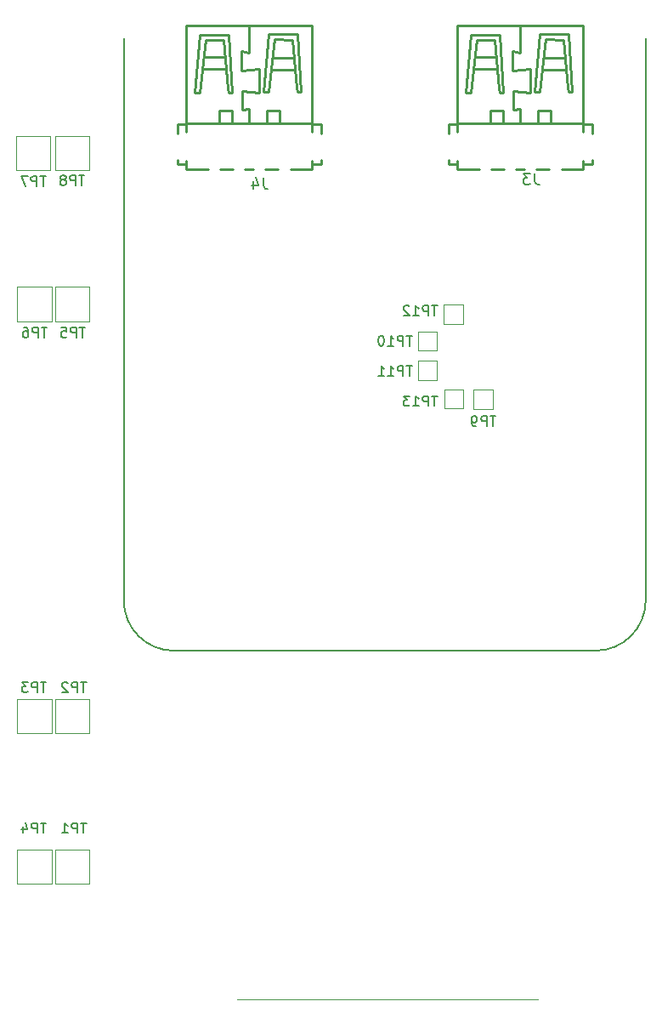
<source format=gbo>
G04 #@! TF.GenerationSoftware,KiCad,Pcbnew,(5.1.10-1-10_14)*
G04 #@! TF.CreationDate,2021-12-01T22:20:01+01:00*
G04 #@! TF.ProjectId,DCEXT,44434558-542e-46b6-9963-61645f706362,rev?*
G04 #@! TF.SameCoordinates,Original*
G04 #@! TF.FileFunction,Legend,Bot*
G04 #@! TF.FilePolarity,Positive*
%FSLAX46Y46*%
G04 Gerber Fmt 4.6, Leading zero omitted, Abs format (unit mm)*
G04 Created by KiCad (PCBNEW (5.1.10-1-10_14)) date 2021-12-01 22:20:01*
%MOMM*%
%LPD*%
G01*
G04 APERTURE LIST*
%ADD10C,0.200000*%
%ADD11C,0.254000*%
%ADD12C,0.120000*%
%ADD13C,0.010000*%
%ADD14C,0.152000*%
%ADD15C,0.150000*%
%ADD16O,1.200000X2.600000*%
%ADD17C,1.524000*%
%ADD18R,1.500000X1.500000*%
%ADD19R,3.000000X3.000000*%
%ADD20O,1.200000X1.750000*%
%ADD21R,0.600000X2.000000*%
G04 APERTURE END LIST*
D10*
X71496900Y-41803617D02*
X71496900Y-97803617D01*
X76496900Y-102803617D02*
G75*
G02*
X71496900Y-97803617I0J5000000D01*
G01*
X123496900Y-97803617D02*
G75*
G02*
X118496900Y-102803617I-5000000J0D01*
G01*
X118496900Y-102803617D02*
X76496900Y-102803617D01*
X123496900Y-41803617D02*
X123496900Y-97803617D01*
D11*
X116155000Y-47182000D02*
X115805000Y-41439000D01*
X115805000Y-41439000D02*
X112922000Y-41450000D01*
X112922000Y-41450000D02*
X112426000Y-47185000D01*
X112426000Y-47185000D02*
X112935000Y-47181000D01*
X112935000Y-47181000D02*
X113446000Y-42641000D01*
X113446000Y-42641000D02*
X113521000Y-41963000D01*
X113521000Y-41963000D02*
X115271000Y-41973000D01*
X115271000Y-41973000D02*
X115744000Y-46751000D01*
X115744000Y-46751000D02*
X115774000Y-47182000D01*
X115774000Y-47182000D02*
X116155000Y-47182000D01*
X104748000Y-40555000D02*
X117248000Y-40555000D01*
X103848000Y-54365000D02*
X104748000Y-54365000D01*
X117258000Y-54365000D02*
X118158000Y-54365000D01*
X117248000Y-50355000D02*
X118148000Y-50355000D01*
X104748000Y-50365000D02*
X103848000Y-50365000D01*
X109316000Y-47251000D02*
X108965000Y-41508000D01*
X108965000Y-41508000D02*
X106082000Y-41519000D01*
X106082000Y-41519000D02*
X105587000Y-47254000D01*
X105587000Y-47254000D02*
X106096000Y-47251000D01*
X106096000Y-47251000D02*
X106606000Y-42710000D01*
X106606000Y-42710000D02*
X106682000Y-42032000D01*
X106682000Y-42032000D02*
X108431000Y-42043000D01*
X108431000Y-42043000D02*
X108905000Y-46821000D01*
X108905000Y-46821000D02*
X108935000Y-47251000D01*
X108935000Y-47251000D02*
X109316000Y-47251000D01*
X106425000Y-44888000D02*
X108685000Y-44888000D01*
X106565000Y-43678000D02*
X108595000Y-43678000D01*
X113275000Y-44959000D02*
X115535000Y-44959000D01*
X113415000Y-43748000D02*
X115445000Y-43748000D01*
X104778000Y-50334000D02*
X117278000Y-50334000D01*
X108047000Y-50286000D02*
X108047000Y-49076000D01*
X108047000Y-49076000D02*
X109287000Y-49076000D01*
X109287000Y-49076000D02*
X109287000Y-50296000D01*
X112797000Y-50285000D02*
X112797000Y-49075000D01*
X112797000Y-49075000D02*
X114037000Y-49075000D01*
X114037000Y-49075000D02*
X114037000Y-50295000D01*
X110998000Y-50285000D02*
X110998000Y-48835000D01*
X110998000Y-48835000D02*
X110268000Y-48965000D01*
X110268000Y-48965000D02*
X110268000Y-47075000D01*
X110268000Y-47075000D02*
X111968000Y-47275000D01*
X111968000Y-47275000D02*
X111968000Y-44855000D01*
X111968000Y-44855000D02*
X110248000Y-45065000D01*
X110248000Y-45065000D02*
X110248000Y-43135000D01*
X110248000Y-43135000D02*
X110998000Y-43295000D01*
X110998000Y-43295000D02*
X110998000Y-40595000D01*
X110998000Y-40595000D02*
X111028000Y-40565000D01*
X104748000Y-54855000D02*
X106898000Y-54855000D01*
X108098000Y-54855000D02*
X109397000Y-54855000D01*
X110598000Y-54855000D02*
X111398000Y-54855000D01*
X112599000Y-54855000D02*
X113898000Y-54855000D01*
X115098000Y-54855000D02*
X117248000Y-54855000D01*
X117248000Y-54855000D02*
X117248000Y-54069000D01*
X117248000Y-51161000D02*
X117248000Y-40620000D01*
X118158000Y-54365000D02*
X118158000Y-53927000D01*
X118158000Y-51303000D02*
X118158000Y-50355000D01*
X103848000Y-54365000D02*
X103848000Y-53936000D01*
X103848000Y-51293000D02*
X103848000Y-50365000D01*
X104748000Y-54855000D02*
X104748000Y-54069000D01*
X104748000Y-51161000D02*
X104748000Y-40590000D01*
X89147000Y-47182000D02*
X88797000Y-41439000D01*
X88797000Y-41439000D02*
X85914000Y-41450000D01*
X85914000Y-41450000D02*
X85418000Y-47185000D01*
X85418000Y-47185000D02*
X85927000Y-47181000D01*
X85927000Y-47181000D02*
X86438000Y-42641000D01*
X86438000Y-42641000D02*
X86513000Y-41963000D01*
X86513000Y-41963000D02*
X88263000Y-41973000D01*
X88263000Y-41973000D02*
X88736000Y-46751000D01*
X88736000Y-46751000D02*
X88766000Y-47182000D01*
X88766000Y-47182000D02*
X89147000Y-47182000D01*
X77740000Y-40555000D02*
X90240000Y-40555000D01*
X76840000Y-54365000D02*
X77740000Y-54365000D01*
X90250000Y-54365000D02*
X91150000Y-54365000D01*
X90240000Y-50355000D02*
X91140000Y-50355000D01*
X77740000Y-50365000D02*
X76840000Y-50365000D01*
X82308000Y-47251000D02*
X81957000Y-41508000D01*
X81957000Y-41508000D02*
X79074000Y-41519000D01*
X79074000Y-41519000D02*
X78579000Y-47254000D01*
X78579000Y-47254000D02*
X79088000Y-47251000D01*
X79088000Y-47251000D02*
X79598000Y-42710000D01*
X79598000Y-42710000D02*
X79674000Y-42032000D01*
X79674000Y-42032000D02*
X81423000Y-42043000D01*
X81423000Y-42043000D02*
X81897000Y-46821000D01*
X81897000Y-46821000D02*
X81927000Y-47251000D01*
X81927000Y-47251000D02*
X82308000Y-47251000D01*
X79417000Y-44888000D02*
X81677000Y-44888000D01*
X79557000Y-43678000D02*
X81587000Y-43678000D01*
X86267000Y-44959000D02*
X88527000Y-44959000D01*
X86407000Y-43748000D02*
X88437000Y-43748000D01*
X77770000Y-50334000D02*
X90270000Y-50334000D01*
X81039000Y-50286000D02*
X81039000Y-49076000D01*
X81039000Y-49076000D02*
X82279000Y-49076000D01*
X82279000Y-49076000D02*
X82279000Y-50296000D01*
X85789000Y-50285000D02*
X85789000Y-49075000D01*
X85789000Y-49075000D02*
X87029000Y-49075000D01*
X87029000Y-49075000D02*
X87029000Y-50295000D01*
X83990000Y-50285000D02*
X83990000Y-48835000D01*
X83990000Y-48835000D02*
X83260000Y-48965000D01*
X83260000Y-48965000D02*
X83260000Y-47075000D01*
X83260000Y-47075000D02*
X84960000Y-47275000D01*
X84960000Y-47275000D02*
X84960000Y-44855000D01*
X84960000Y-44855000D02*
X83240000Y-45065000D01*
X83240000Y-45065000D02*
X83240000Y-43135000D01*
X83240000Y-43135000D02*
X83990000Y-43295000D01*
X83990000Y-43295000D02*
X83990000Y-40595000D01*
X83990000Y-40595000D02*
X84020000Y-40565000D01*
X77740000Y-54855000D02*
X79890000Y-54855000D01*
X81090000Y-54855000D02*
X82389000Y-54855000D01*
X83590000Y-54855000D02*
X84390000Y-54855000D01*
X85591000Y-54855000D02*
X86890000Y-54855000D01*
X88090000Y-54855000D02*
X90240000Y-54855000D01*
X90240000Y-54855000D02*
X90240000Y-54069000D01*
X90240000Y-51161000D02*
X90240000Y-40620000D01*
X91150000Y-54365000D02*
X91150000Y-53927000D01*
X91150000Y-51303000D02*
X91150000Y-50355000D01*
X76840000Y-54365000D02*
X76840000Y-53936000D01*
X76840000Y-51293000D02*
X76840000Y-50365000D01*
X77740000Y-54855000D02*
X77740000Y-54069000D01*
X77740000Y-51161000D02*
X77740000Y-40590000D01*
D12*
X103450000Y-76810000D02*
X103450000Y-78710000D01*
X105350000Y-76810000D02*
X103450000Y-76810000D01*
X105350000Y-78710000D02*
X105350000Y-76810000D01*
X103450000Y-78710000D02*
X105350000Y-78710000D01*
X103370000Y-68360000D02*
X103370000Y-70260000D01*
X105270000Y-68360000D02*
X103370000Y-68360000D01*
X105270000Y-70260000D02*
X105270000Y-68360000D01*
X103370000Y-70260000D02*
X105270000Y-70260000D01*
X100820000Y-73950000D02*
X100820000Y-75850000D01*
X102720000Y-73950000D02*
X100820000Y-73950000D01*
X102720000Y-75850000D02*
X102720000Y-73950000D01*
X100820000Y-75850000D02*
X102720000Y-75850000D01*
X100810000Y-71040000D02*
X100810000Y-72940000D01*
X102710000Y-71040000D02*
X100810000Y-71040000D01*
X102710000Y-72940000D02*
X102710000Y-71040000D01*
X100810000Y-72940000D02*
X102710000Y-72940000D01*
X106350000Y-76830000D02*
X106350000Y-78730000D01*
X108250000Y-76830000D02*
X106350000Y-76830000D01*
X108250000Y-78730000D02*
X108250000Y-76830000D01*
X106350000Y-78730000D02*
X108250000Y-78730000D01*
X64700000Y-55000000D02*
X68100000Y-55000000D01*
X68100000Y-55000000D02*
X68100000Y-51600000D01*
X68100000Y-51600000D02*
X64700000Y-51600000D01*
X64700000Y-51600000D02*
X64700000Y-55000000D01*
X64200000Y-55000000D02*
X64200000Y-51600000D01*
X64200000Y-51600000D02*
X60800000Y-51600000D01*
X60800000Y-51600000D02*
X60800000Y-55000000D01*
X60800000Y-55000000D02*
X64200000Y-55000000D01*
X60900000Y-70000000D02*
X64300000Y-70000000D01*
X64300000Y-70000000D02*
X64300000Y-66600000D01*
X64300000Y-66600000D02*
X60900000Y-66600000D01*
X60900000Y-66600000D02*
X60900000Y-70000000D01*
X64700000Y-70000000D02*
X68100000Y-70000000D01*
X68100000Y-70000000D02*
X68100000Y-66600000D01*
X68100000Y-66600000D02*
X64700000Y-66600000D01*
X64700000Y-66600000D02*
X64700000Y-70000000D01*
X64300000Y-126000000D02*
X64300000Y-122600000D01*
X64300000Y-122600000D02*
X60900000Y-122600000D01*
X60900000Y-122600000D02*
X60900000Y-126000000D01*
X60900000Y-126000000D02*
X64300000Y-126000000D01*
X64300000Y-111000000D02*
X64300000Y-107600000D01*
X64300000Y-107600000D02*
X60900000Y-107600000D01*
X60900000Y-107600000D02*
X60900000Y-111000000D01*
X60900000Y-111000000D02*
X64300000Y-111000000D01*
X68100000Y-111000000D02*
X68100000Y-107600000D01*
X68100000Y-107600000D02*
X64700000Y-107600000D01*
X64700000Y-107600000D02*
X64700000Y-111000000D01*
X64700000Y-111000000D02*
X68100000Y-111000000D01*
X68100000Y-126000000D02*
X68100000Y-122600000D01*
X68100000Y-122600000D02*
X64700000Y-122600000D01*
X64700000Y-122600000D02*
X64700000Y-126000000D01*
X64700000Y-126000000D02*
X68100000Y-126000000D01*
D13*
X82790000Y-137533700D02*
X112790000Y-137533700D01*
D14*
X112457514Y-55266771D02*
X112457514Y-56083200D01*
X112511942Y-56246485D01*
X112620800Y-56355342D01*
X112784085Y-56409771D01*
X112892942Y-56409771D01*
X112022085Y-55266771D02*
X111314514Y-55266771D01*
X111695514Y-55702200D01*
X111532228Y-55702200D01*
X111423371Y-55756628D01*
X111368942Y-55811057D01*
X111314514Y-55919914D01*
X111314514Y-56192057D01*
X111368942Y-56300914D01*
X111423371Y-56355342D01*
X111532228Y-56409771D01*
X111858800Y-56409771D01*
X111967657Y-56355342D01*
X112022085Y-56300914D01*
X85419214Y-55698571D02*
X85419214Y-56515000D01*
X85473642Y-56678285D01*
X85582500Y-56787142D01*
X85745785Y-56841571D01*
X85854642Y-56841571D01*
X84385071Y-56079571D02*
X84385071Y-56841571D01*
X84657214Y-55644142D02*
X84929357Y-56460571D01*
X84221785Y-56460571D01*
D15*
X102738095Y-77452380D02*
X102166666Y-77452380D01*
X102452380Y-78452380D02*
X102452380Y-77452380D01*
X101833333Y-78452380D02*
X101833333Y-77452380D01*
X101452380Y-77452380D01*
X101357142Y-77500000D01*
X101309523Y-77547619D01*
X101261904Y-77642857D01*
X101261904Y-77785714D01*
X101309523Y-77880952D01*
X101357142Y-77928571D01*
X101452380Y-77976190D01*
X101833333Y-77976190D01*
X100309523Y-78452380D02*
X100880952Y-78452380D01*
X100595238Y-78452380D02*
X100595238Y-77452380D01*
X100690476Y-77595238D01*
X100785714Y-77690476D01*
X100880952Y-77738095D01*
X99976190Y-77452380D02*
X99357142Y-77452380D01*
X99690476Y-77833333D01*
X99547619Y-77833333D01*
X99452380Y-77880952D01*
X99404761Y-77928571D01*
X99357142Y-78023809D01*
X99357142Y-78261904D01*
X99404761Y-78357142D01*
X99452380Y-78404761D01*
X99547619Y-78452380D01*
X99833333Y-78452380D01*
X99928571Y-78404761D01*
X99976190Y-78357142D01*
X102738095Y-68452380D02*
X102166666Y-68452380D01*
X102452380Y-69452380D02*
X102452380Y-68452380D01*
X101833333Y-69452380D02*
X101833333Y-68452380D01*
X101452380Y-68452380D01*
X101357142Y-68500000D01*
X101309523Y-68547619D01*
X101261904Y-68642857D01*
X101261904Y-68785714D01*
X101309523Y-68880952D01*
X101357142Y-68928571D01*
X101452380Y-68976190D01*
X101833333Y-68976190D01*
X100309523Y-69452380D02*
X100880952Y-69452380D01*
X100595238Y-69452380D02*
X100595238Y-68452380D01*
X100690476Y-68595238D01*
X100785714Y-68690476D01*
X100880952Y-68738095D01*
X99928571Y-68547619D02*
X99880952Y-68500000D01*
X99785714Y-68452380D01*
X99547619Y-68452380D01*
X99452380Y-68500000D01*
X99404761Y-68547619D01*
X99357142Y-68642857D01*
X99357142Y-68738095D01*
X99404761Y-68880952D01*
X99976190Y-69452380D01*
X99357142Y-69452380D01*
X100238095Y-74452380D02*
X99666666Y-74452380D01*
X99952380Y-75452380D02*
X99952380Y-74452380D01*
X99333333Y-75452380D02*
X99333333Y-74452380D01*
X98952380Y-74452380D01*
X98857142Y-74500000D01*
X98809523Y-74547619D01*
X98761904Y-74642857D01*
X98761904Y-74785714D01*
X98809523Y-74880952D01*
X98857142Y-74928571D01*
X98952380Y-74976190D01*
X99333333Y-74976190D01*
X97809523Y-75452380D02*
X98380952Y-75452380D01*
X98095238Y-75452380D02*
X98095238Y-74452380D01*
X98190476Y-74595238D01*
X98285714Y-74690476D01*
X98380952Y-74738095D01*
X96857142Y-75452380D02*
X97428571Y-75452380D01*
X97142857Y-75452380D02*
X97142857Y-74452380D01*
X97238095Y-74595238D01*
X97333333Y-74690476D01*
X97428571Y-74738095D01*
X100238095Y-71452380D02*
X99666666Y-71452380D01*
X99952380Y-72452380D02*
X99952380Y-71452380D01*
X99333333Y-72452380D02*
X99333333Y-71452380D01*
X98952380Y-71452380D01*
X98857142Y-71500000D01*
X98809523Y-71547619D01*
X98761904Y-71642857D01*
X98761904Y-71785714D01*
X98809523Y-71880952D01*
X98857142Y-71928571D01*
X98952380Y-71976190D01*
X99333333Y-71976190D01*
X97809523Y-72452380D02*
X98380952Y-72452380D01*
X98095238Y-72452380D02*
X98095238Y-71452380D01*
X98190476Y-71595238D01*
X98285714Y-71690476D01*
X98380952Y-71738095D01*
X97190476Y-71452380D02*
X97095238Y-71452380D01*
X97000000Y-71500000D01*
X96952380Y-71547619D01*
X96904761Y-71642857D01*
X96857142Y-71833333D01*
X96857142Y-72071428D01*
X96904761Y-72261904D01*
X96952380Y-72357142D01*
X97000000Y-72404761D01*
X97095238Y-72452380D01*
X97190476Y-72452380D01*
X97285714Y-72404761D01*
X97333333Y-72357142D01*
X97380952Y-72261904D01*
X97428571Y-72071428D01*
X97428571Y-71833333D01*
X97380952Y-71642857D01*
X97333333Y-71547619D01*
X97285714Y-71500000D01*
X97190476Y-71452380D01*
X108561904Y-79452380D02*
X107990476Y-79452380D01*
X108276190Y-80452380D02*
X108276190Y-79452380D01*
X107657142Y-80452380D02*
X107657142Y-79452380D01*
X107276190Y-79452380D01*
X107180952Y-79500000D01*
X107133333Y-79547619D01*
X107085714Y-79642857D01*
X107085714Y-79785714D01*
X107133333Y-79880952D01*
X107180952Y-79928571D01*
X107276190Y-79976190D01*
X107657142Y-79976190D01*
X106609523Y-80452380D02*
X106419047Y-80452380D01*
X106323809Y-80404761D01*
X106276190Y-80357142D01*
X106180952Y-80214285D01*
X106133333Y-80023809D01*
X106133333Y-79642857D01*
X106180952Y-79547619D01*
X106228571Y-79500000D01*
X106323809Y-79452380D01*
X106514285Y-79452380D01*
X106609523Y-79500000D01*
X106657142Y-79547619D01*
X106704761Y-79642857D01*
X106704761Y-79880952D01*
X106657142Y-79976190D01*
X106609523Y-80023809D01*
X106514285Y-80071428D01*
X106323809Y-80071428D01*
X106228571Y-80023809D01*
X106180952Y-79976190D01*
X106133333Y-79880952D01*
X67591904Y-55482380D02*
X67020476Y-55482380D01*
X67306190Y-56482380D02*
X67306190Y-55482380D01*
X66687142Y-56482380D02*
X66687142Y-55482380D01*
X66306190Y-55482380D01*
X66210952Y-55530000D01*
X66163333Y-55577619D01*
X66115714Y-55672857D01*
X66115714Y-55815714D01*
X66163333Y-55910952D01*
X66210952Y-55958571D01*
X66306190Y-56006190D01*
X66687142Y-56006190D01*
X65544285Y-55910952D02*
X65639523Y-55863333D01*
X65687142Y-55815714D01*
X65734761Y-55720476D01*
X65734761Y-55672857D01*
X65687142Y-55577619D01*
X65639523Y-55530000D01*
X65544285Y-55482380D01*
X65353809Y-55482380D01*
X65258571Y-55530000D01*
X65210952Y-55577619D01*
X65163333Y-55672857D01*
X65163333Y-55720476D01*
X65210952Y-55815714D01*
X65258571Y-55863333D01*
X65353809Y-55910952D01*
X65544285Y-55910952D01*
X65639523Y-55958571D01*
X65687142Y-56006190D01*
X65734761Y-56101428D01*
X65734761Y-56291904D01*
X65687142Y-56387142D01*
X65639523Y-56434761D01*
X65544285Y-56482380D01*
X65353809Y-56482380D01*
X65258571Y-56434761D01*
X65210952Y-56387142D01*
X65163333Y-56291904D01*
X65163333Y-56101428D01*
X65210952Y-56006190D01*
X65258571Y-55958571D01*
X65353809Y-55910952D01*
X63731904Y-55562380D02*
X63160476Y-55562380D01*
X63446190Y-56562380D02*
X63446190Y-55562380D01*
X62827142Y-56562380D02*
X62827142Y-55562380D01*
X62446190Y-55562380D01*
X62350952Y-55610000D01*
X62303333Y-55657619D01*
X62255714Y-55752857D01*
X62255714Y-55895714D01*
X62303333Y-55990952D01*
X62350952Y-56038571D01*
X62446190Y-56086190D01*
X62827142Y-56086190D01*
X61922380Y-55562380D02*
X61255714Y-55562380D01*
X61684285Y-56562380D01*
X63851904Y-70610380D02*
X63280476Y-70610380D01*
X63566190Y-71610380D02*
X63566190Y-70610380D01*
X62947142Y-71610380D02*
X62947142Y-70610380D01*
X62566190Y-70610380D01*
X62470952Y-70658000D01*
X62423333Y-70705619D01*
X62375714Y-70800857D01*
X62375714Y-70943714D01*
X62423333Y-71038952D01*
X62470952Y-71086571D01*
X62566190Y-71134190D01*
X62947142Y-71134190D01*
X61518571Y-70610380D02*
X61709047Y-70610380D01*
X61804285Y-70658000D01*
X61851904Y-70705619D01*
X61947142Y-70848476D01*
X61994761Y-71038952D01*
X61994761Y-71419904D01*
X61947142Y-71515142D01*
X61899523Y-71562761D01*
X61804285Y-71610380D01*
X61613809Y-71610380D01*
X61518571Y-71562761D01*
X61470952Y-71515142D01*
X61423333Y-71419904D01*
X61423333Y-71181809D01*
X61470952Y-71086571D01*
X61518571Y-71038952D01*
X61613809Y-70991333D01*
X61804285Y-70991333D01*
X61899523Y-71038952D01*
X61947142Y-71086571D01*
X61994761Y-71181809D01*
X67651904Y-70610380D02*
X67080476Y-70610380D01*
X67366190Y-71610380D02*
X67366190Y-70610380D01*
X66747142Y-71610380D02*
X66747142Y-70610380D01*
X66366190Y-70610380D01*
X66270952Y-70658000D01*
X66223333Y-70705619D01*
X66175714Y-70800857D01*
X66175714Y-70943714D01*
X66223333Y-71038952D01*
X66270952Y-71086571D01*
X66366190Y-71134190D01*
X66747142Y-71134190D01*
X65270952Y-70610380D02*
X65747142Y-70610380D01*
X65794761Y-71086571D01*
X65747142Y-71038952D01*
X65651904Y-70991333D01*
X65413809Y-70991333D01*
X65318571Y-71038952D01*
X65270952Y-71086571D01*
X65223333Y-71181809D01*
X65223333Y-71419904D01*
X65270952Y-71515142D01*
X65318571Y-71562761D01*
X65413809Y-71610380D01*
X65651904Y-71610380D01*
X65747142Y-71562761D01*
X65794761Y-71515142D01*
X63761904Y-119952380D02*
X63190476Y-119952380D01*
X63476190Y-120952380D02*
X63476190Y-119952380D01*
X62857142Y-120952380D02*
X62857142Y-119952380D01*
X62476190Y-119952380D01*
X62380952Y-120000000D01*
X62333333Y-120047619D01*
X62285714Y-120142857D01*
X62285714Y-120285714D01*
X62333333Y-120380952D01*
X62380952Y-120428571D01*
X62476190Y-120476190D01*
X62857142Y-120476190D01*
X61428571Y-120285714D02*
X61428571Y-120952380D01*
X61666666Y-119904761D02*
X61904761Y-120619047D01*
X61285714Y-120619047D01*
X63761904Y-105952380D02*
X63190476Y-105952380D01*
X63476190Y-106952380D02*
X63476190Y-105952380D01*
X62857142Y-106952380D02*
X62857142Y-105952380D01*
X62476190Y-105952380D01*
X62380952Y-106000000D01*
X62333333Y-106047619D01*
X62285714Y-106142857D01*
X62285714Y-106285714D01*
X62333333Y-106380952D01*
X62380952Y-106428571D01*
X62476190Y-106476190D01*
X62857142Y-106476190D01*
X61952380Y-105952380D02*
X61333333Y-105952380D01*
X61666666Y-106333333D01*
X61523809Y-106333333D01*
X61428571Y-106380952D01*
X61380952Y-106428571D01*
X61333333Y-106523809D01*
X61333333Y-106761904D01*
X61380952Y-106857142D01*
X61428571Y-106904761D01*
X61523809Y-106952380D01*
X61809523Y-106952380D01*
X61904761Y-106904761D01*
X61952380Y-106857142D01*
X67761904Y-105952380D02*
X67190476Y-105952380D01*
X67476190Y-106952380D02*
X67476190Y-105952380D01*
X66857142Y-106952380D02*
X66857142Y-105952380D01*
X66476190Y-105952380D01*
X66380952Y-106000000D01*
X66333333Y-106047619D01*
X66285714Y-106142857D01*
X66285714Y-106285714D01*
X66333333Y-106380952D01*
X66380952Y-106428571D01*
X66476190Y-106476190D01*
X66857142Y-106476190D01*
X65904761Y-106047619D02*
X65857142Y-106000000D01*
X65761904Y-105952380D01*
X65523809Y-105952380D01*
X65428571Y-106000000D01*
X65380952Y-106047619D01*
X65333333Y-106142857D01*
X65333333Y-106238095D01*
X65380952Y-106380952D01*
X65952380Y-106952380D01*
X65333333Y-106952380D01*
X67761904Y-119952380D02*
X67190476Y-119952380D01*
X67476190Y-120952380D02*
X67476190Y-119952380D01*
X66857142Y-120952380D02*
X66857142Y-119952380D01*
X66476190Y-119952380D01*
X66380952Y-120000000D01*
X66333333Y-120047619D01*
X66285714Y-120142857D01*
X66285714Y-120285714D01*
X66333333Y-120380952D01*
X66380952Y-120428571D01*
X66476190Y-120476190D01*
X66857142Y-120476190D01*
X65333333Y-120952380D02*
X65904761Y-120952380D01*
X65619047Y-120952380D02*
X65619047Y-119952380D01*
X65714285Y-120095238D01*
X65809523Y-120190476D01*
X65904761Y-120238095D01*
%LPC*%
D16*
X117597000Y-52615000D03*
X104399000Y-52615000D03*
D17*
X114498000Y-54065000D03*
X111999000Y-54065000D03*
X109997000Y-54065000D03*
X107498000Y-54065000D03*
D16*
X90589000Y-52615000D03*
X77391000Y-52615000D03*
D17*
X87490000Y-54065000D03*
X84991000Y-54065000D03*
X82989000Y-54065000D03*
X80490000Y-54065000D03*
D18*
X104400000Y-77760000D03*
X104320000Y-69310000D03*
X101770000Y-74900000D03*
X101760000Y-71990000D03*
X107300000Y-77780000D03*
D19*
X66400000Y-53300000D03*
X62500000Y-53300000D03*
X62600000Y-68300000D03*
X66400000Y-68300000D03*
X62600000Y-124300000D03*
X62600000Y-109300000D03*
X66400000Y-109300000D03*
X66400000Y-124300000D03*
D20*
X73200000Y-133400000D03*
G36*
G01*
X75800000Y-132774999D02*
X75800000Y-134025001D01*
G75*
G02*
X75550001Y-134275000I-249999J0D01*
G01*
X74849999Y-134275000D01*
G75*
G02*
X74600000Y-134025001I0J249999D01*
G01*
X74600000Y-132774999D01*
G75*
G02*
X74849999Y-132525000I249999J0D01*
G01*
X75550001Y-132525000D01*
G75*
G02*
X75800000Y-132774999I0J-249999D01*
G01*
G37*
D21*
X86490000Y-141083700D03*
X87290000Y-141083700D03*
X88090000Y-141083700D03*
X88890000Y-141083700D03*
X89690000Y-141083700D03*
X90490000Y-141083700D03*
X91290000Y-141083700D03*
X92090000Y-141083700D03*
X96090000Y-141083700D03*
X96890000Y-141083700D03*
X97690000Y-141083700D03*
X98490000Y-141083700D03*
X99290000Y-141083700D03*
X100090000Y-141083700D03*
X100890000Y-141083700D03*
X101690000Y-141083700D03*
X102490000Y-141083700D03*
X103290000Y-141083700D03*
X104090000Y-141083700D03*
X104890000Y-141083700D03*
X105690000Y-141083700D03*
X106490000Y-141083700D03*
X107290000Y-141083700D03*
X108090000Y-141083700D03*
X108890000Y-141083700D03*
X109690000Y-141083700D03*
M02*

</source>
